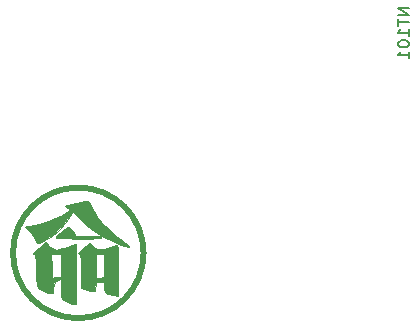
<source format=gbr>
%TF.GenerationSoftware,KiCad,Pcbnew,(5.99.0-9654-g274d4e2eb4)*%
%TF.CreationDate,2021-03-31T09:38:20+08:00*%
%TF.ProjectId,16bit-pwm-dac-board,31366269-742d-4707-976d-2d6461632d62,MK1B1*%
%TF.SameCoordinates,PXfd9da600PY17d7840*%
%TF.FileFunction,Legend,Bot*%
%TF.FilePolarity,Positive*%
%FSLAX46Y46*%
G04 Gerber Fmt 4.6, Leading zero omitted, Abs format (unit mm)*
G04 Created by KiCad (PCBNEW (5.99.0-9654-g274d4e2eb4)) date 2021-03-31 09:38:20*
%MOMM*%
%LPD*%
G01*
G04 APERTURE LIST*
%ADD10C,0.150000*%
%ADD11C,0.500000*%
%ADD12C,0.010000*%
G04 APERTURE END LIST*
D10*
%TO.C,NT101*%
X34832381Y34715238D02*
X33832381Y34715238D01*
X34832381Y34143809D01*
X33832381Y34143809D01*
X33832381Y33810476D02*
X33832381Y33239047D01*
X34832381Y33524761D02*
X33832381Y33524761D01*
X34832381Y32381904D02*
X34832381Y32953333D01*
X34832381Y32667619D02*
X33832381Y32667619D01*
X33975239Y32762857D01*
X34070477Y32858095D01*
X34118096Y32953333D01*
X33832381Y31762857D02*
X33832381Y31667619D01*
X33880000Y31572380D01*
X33927620Y31524761D01*
X34022858Y31477142D01*
X34213334Y31429523D01*
X34451429Y31429523D01*
X34641905Y31477142D01*
X34737143Y31524761D01*
X34784762Y31572380D01*
X34832381Y31667619D01*
X34832381Y31762857D01*
X34784762Y31858095D01*
X34737143Y31905714D01*
X34641905Y31953333D01*
X34451429Y32000952D01*
X34213334Y32000952D01*
X34022858Y31953333D01*
X33927620Y31905714D01*
X33880000Y31858095D01*
X33832381Y31762857D01*
X34832381Y30477142D02*
X34832381Y31048571D01*
X34832381Y30762857D02*
X33832381Y30762857D01*
X33975239Y30858095D01*
X34070477Y30953333D01*
X34118096Y31048571D01*
D11*
%TO.C,G\u002A\u002A\u002A*%
X12326561Y14011166D02*
G75*
G03*
X12326561Y14011166I-5530944J0D01*
G01*
D12*
X7469898Y14598914D02*
X7136753Y14360951D01*
X7136753Y14360951D02*
X6925442Y14197494D01*
X6925442Y14197494D02*
X6817789Y14087810D01*
X6817789Y14087810D02*
X6795617Y14011166D01*
X6795617Y14011166D02*
X6840748Y13946831D01*
X6840748Y13946831D02*
X6874167Y13919441D01*
X6874167Y13919441D02*
X6930256Y13858574D01*
X6930256Y13858574D02*
X6970315Y13758721D01*
X6970315Y13758721D02*
X6996947Y13593895D01*
X6996947Y13593895D02*
X7012758Y13338106D01*
X7012758Y13338106D02*
X7020352Y12965365D01*
X7020352Y12965365D02*
X7022334Y12449684D01*
X7022334Y12449684D02*
X7022334Y11076682D01*
X7022334Y11076682D02*
X7283424Y10941667D01*
X7283424Y10941667D02*
X7545539Y10848332D01*
X7545539Y10848332D02*
X7850477Y10794354D01*
X7850477Y10794354D02*
X7897257Y10791326D01*
X7897257Y10791326D02*
X8250000Y10776000D01*
X8250000Y10776000D02*
X8301612Y11580334D01*
X8301612Y11580334D02*
X8969667Y11580334D01*
X8969667Y11580334D02*
X8969667Y11158952D01*
X8969667Y11158952D02*
X9002493Y10852647D01*
X9002493Y10852647D02*
X9119060Y10646347D01*
X9119060Y10646347D02*
X9346500Y10514850D01*
X9346500Y10514850D02*
X9711946Y10432951D01*
X9711946Y10432951D02*
X9758334Y10426353D01*
X9758334Y10426353D02*
X10155000Y10371984D01*
X10155000Y10371984D02*
X10155000Y12542492D01*
X10155000Y12542492D02*
X10152219Y13129487D01*
X10152219Y13129487D02*
X10144386Y13656062D01*
X10144386Y13656062D02*
X10136334Y13951000D01*
X10136334Y13951000D02*
X8969667Y13951000D01*
X8969667Y13951000D02*
X8969667Y11929222D01*
X8969667Y11929222D02*
X8652167Y11896011D01*
X8652167Y11896011D02*
X8442004Y11871164D01*
X8442004Y11871164D02*
X8321867Y11851508D01*
X8321867Y11851508D02*
X8313500Y11848567D01*
X8313500Y11848567D02*
X8305493Y11922276D01*
X8305493Y11922276D02*
X8298874Y12133829D01*
X8298874Y12133829D02*
X8294282Y12451738D01*
X8294282Y12451738D02*
X8292356Y12844515D01*
X8292356Y12844515D02*
X8292334Y12892667D01*
X8292334Y12892667D02*
X8292334Y13951000D01*
X8292334Y13951000D02*
X8969667Y13951000D01*
X8969667Y13951000D02*
X10136334Y13951000D01*
X10136334Y13951000D02*
X10132268Y14099898D01*
X10132268Y14099898D02*
X10116632Y14438673D01*
X10116632Y14438673D02*
X10098246Y14650068D01*
X10098246Y14650068D02*
X10080414Y14713000D01*
X10080414Y14713000D02*
X9969012Y14684984D01*
X9969012Y14684984D02*
X9746639Y14611326D01*
X9746639Y14611326D02*
X9460201Y14507615D01*
X9460201Y14507615D02*
X9443481Y14501334D01*
X9443481Y14501334D02*
X9002643Y14354630D01*
X9002643Y14354630D02*
X8669850Y14297257D01*
X8669850Y14297257D02*
X8408375Y14330709D01*
X8408375Y14330709D02*
X8181494Y14456479D01*
X8181494Y14456479D02*
X8066596Y14557306D01*
X8066596Y14557306D02*
X7790463Y14824944D01*
X7790463Y14824944D02*
X7469898Y14598914D01*
X7469898Y14598914D02*
X7469898Y14598914D01*
G36*
X10152219Y13129487D02*
G01*
X10155000Y12542492D01*
X10155000Y10371984D01*
X9758334Y10426353D01*
X9711946Y10432951D01*
X9346500Y10514850D01*
X9119060Y10646347D01*
X9002493Y10852647D01*
X8969667Y11158952D01*
X8969667Y11580334D01*
X8301612Y11580334D01*
X8250000Y10776000D01*
X7897257Y10791326D01*
X7850477Y10794354D01*
X7545539Y10848332D01*
X7283424Y10941667D01*
X7022334Y11076682D01*
X7022334Y12449684D01*
X7020631Y12892667D01*
X8292334Y12892667D01*
X8292356Y12844515D01*
X8294282Y12451738D01*
X8298874Y12133829D01*
X8305493Y11922276D01*
X8313500Y11848567D01*
X8321867Y11851508D01*
X8442004Y11871164D01*
X8652167Y11896011D01*
X8969667Y11929222D01*
X8969667Y13951000D01*
X8292334Y13951000D01*
X8292334Y12892667D01*
X7020631Y12892667D01*
X7020352Y12965365D01*
X7012758Y13338106D01*
X6996947Y13593895D01*
X6970315Y13758721D01*
X6930256Y13858574D01*
X6874167Y13919441D01*
X6840748Y13946831D01*
X6795617Y14011166D01*
X6817789Y14087810D01*
X6925442Y14197494D01*
X7136753Y14360951D01*
X7469898Y14598914D01*
X7790463Y14824944D01*
X8066596Y14557306D01*
X8181494Y14456479D01*
X8408375Y14330709D01*
X8669850Y14297257D01*
X9002643Y14354630D01*
X9443481Y14501334D01*
X9460201Y14507615D01*
X9746639Y14611326D01*
X9969012Y14684984D01*
X10080414Y14713000D01*
X10098246Y14650068D01*
X10116632Y14438673D01*
X10132268Y14099898D01*
X10136334Y13951000D01*
X10144386Y13656062D01*
X10152219Y13129487D01*
G37*
X10152219Y13129487D02*
X10155000Y12542492D01*
X10155000Y10371984D01*
X9758334Y10426353D01*
X9711946Y10432951D01*
X9346500Y10514850D01*
X9119060Y10646347D01*
X9002493Y10852647D01*
X8969667Y11158952D01*
X8969667Y11580334D01*
X8301612Y11580334D01*
X8250000Y10776000D01*
X7897257Y10791326D01*
X7850477Y10794354D01*
X7545539Y10848332D01*
X7283424Y10941667D01*
X7022334Y11076682D01*
X7022334Y12449684D01*
X7020631Y12892667D01*
X8292334Y12892667D01*
X8292356Y12844515D01*
X8294282Y12451738D01*
X8298874Y12133829D01*
X8305493Y11922276D01*
X8313500Y11848567D01*
X8321867Y11851508D01*
X8442004Y11871164D01*
X8652167Y11896011D01*
X8969667Y11929222D01*
X8969667Y13951000D01*
X8292334Y13951000D01*
X8292334Y12892667D01*
X7020631Y12892667D01*
X7020352Y12965365D01*
X7012758Y13338106D01*
X6996947Y13593895D01*
X6970315Y13758721D01*
X6930256Y13858574D01*
X6874167Y13919441D01*
X6840748Y13946831D01*
X6795617Y14011166D01*
X6817789Y14087810D01*
X6925442Y14197494D01*
X7136753Y14360951D01*
X7469898Y14598914D01*
X7790463Y14824944D01*
X8066596Y14557306D01*
X8181494Y14456479D01*
X8408375Y14330709D01*
X8669850Y14297257D01*
X9002643Y14354630D01*
X9443481Y14501334D01*
X9460201Y14507615D01*
X9746639Y14611326D01*
X9969012Y14684984D01*
X10080414Y14713000D01*
X10098246Y14650068D01*
X10116632Y14438673D01*
X10132268Y14099898D01*
X10136334Y13951000D01*
X10144386Y13656062D01*
X10152219Y13129487D01*
X7331625Y18407616D02*
X7040352Y18347083D01*
X7040352Y18347083D02*
X6617874Y18240426D01*
X6617874Y18240426D02*
X6564878Y18226667D01*
X6564878Y18226667D02*
X6214996Y18137031D01*
X6214996Y18137031D02*
X5929239Y18066206D01*
X5929239Y18066206D02*
X5745352Y18023415D01*
X5745352Y18023415D02*
X5698575Y18015001D01*
X5698575Y18015001D02*
X5700423Y17962437D01*
X5700423Y17962437D02*
X5752334Y17888000D01*
X5752334Y17888000D02*
X5904387Y17780022D01*
X5904387Y17780022D02*
X5989126Y17761001D01*
X5989126Y17761001D02*
X6050152Y17721538D01*
X6050152Y17721538D02*
X5988675Y17617209D01*
X5988675Y17617209D02*
X5828087Y17469105D01*
X5828087Y17469105D02*
X5591781Y17298315D01*
X5591781Y17298315D02*
X5303148Y17125930D01*
X5303148Y17125930D02*
X5258137Y17101946D01*
X5258137Y17101946D02*
X4454005Y16753480D01*
X4454005Y16753480D02*
X3539659Y16487648D01*
X3539659Y16487648D02*
X3006111Y16381863D01*
X3006111Y16381863D02*
X2689348Y16319042D01*
X2689348Y16319042D02*
X2444704Y16251830D01*
X2444704Y16251830D02*
X2314260Y16192379D01*
X2314260Y16192379D02*
X2304045Y16179133D01*
X2304045Y16179133D02*
X2350665Y16083780D01*
X2350665Y16083780D02*
X2503825Y15955683D01*
X2503825Y15955683D02*
X2569222Y15914339D01*
X2569222Y15914339D02*
X2789077Y15728009D01*
X2789077Y15728009D02*
X2996211Y15461126D01*
X2996211Y15461126D02*
X3150625Y15175033D01*
X3150625Y15175033D02*
X3212319Y14931074D01*
X3212319Y14931074D02*
X3212334Y14928040D01*
X3212334Y14928040D02*
X3268269Y14818378D01*
X3268269Y14818378D02*
X3439701Y14818822D01*
X3439701Y14818822D02*
X3732068Y14929806D01*
X3732068Y14929806D02*
X3829540Y14977314D01*
X3829540Y14977314D02*
X4543487Y15405644D01*
X4543487Y15405644D02*
X5180976Y15923506D01*
X5180976Y15923506D02*
X5711190Y16501912D01*
X5711190Y16501912D02*
X6103314Y17111874D01*
X6103314Y17111874D02*
X6107493Y17120136D01*
X6107493Y17120136D02*
X6216702Y17332377D01*
X6216702Y17332377D02*
X6291819Y17470213D01*
X6291819Y17470213D02*
X6306995Y17493865D01*
X6306995Y17493865D02*
X6371842Y17449074D01*
X6371842Y17449074D02*
X6525689Y17304918D01*
X6525689Y17304918D02*
X6742626Y17086404D01*
X6742626Y17086404D02*
X6903178Y16918477D01*
X6903178Y16918477D02*
X7452260Y16405262D01*
X7452260Y16405262D02*
X8114318Y15897903D01*
X8114318Y15897903D02*
X8836137Y15434717D01*
X8836137Y15434717D02*
X9350667Y15156196D01*
X9350667Y15156196D02*
X9710706Y14988133D01*
X9710706Y14988133D02*
X10089103Y14829760D01*
X10089103Y14829760D02*
X10452391Y14692835D01*
X10452391Y14692835D02*
X10767103Y14589116D01*
X10767103Y14589116D02*
X10999771Y14530360D01*
X10999771Y14530360D02*
X11116927Y14528325D01*
X11116927Y14528325D02*
X11122520Y14533721D01*
X11122520Y14533721D02*
X11076721Y14608463D01*
X11076721Y14608463D02*
X10918134Y14749719D01*
X10918134Y14749719D02*
X10676338Y14932324D01*
X10676338Y14932324D02*
X10554186Y15017264D01*
X10554186Y15017264D02*
X9996976Y15436767D01*
X9996976Y15436767D02*
X9446484Y15926333D01*
X9446484Y15926333D02*
X8928667Y16456741D01*
X8928667Y16456741D02*
X8469487Y16998769D01*
X8469487Y16998769D02*
X8094900Y17523194D01*
X8094900Y17523194D02*
X7830865Y18000796D01*
X7830865Y18000796D02*
X7768991Y18152550D01*
X7768991Y18152550D02*
X7710376Y18294493D01*
X7710376Y18294493D02*
X7637421Y18383120D01*
X7637421Y18383120D02*
X7520909Y18420228D01*
X7520909Y18420228D02*
X7331625Y18407616D01*
X7331625Y18407616D02*
X7331625Y18407616D01*
G36*
X7637421Y18383120D02*
G01*
X7710376Y18294493D01*
X7768991Y18152550D01*
X7830865Y18000796D01*
X8094900Y17523194D01*
X8469487Y16998769D01*
X8928667Y16456741D01*
X9446484Y15926333D01*
X9996976Y15436767D01*
X10554186Y15017264D01*
X10676338Y14932324D01*
X10918134Y14749719D01*
X11076721Y14608463D01*
X11122520Y14533721D01*
X11116927Y14528325D01*
X10999771Y14530360D01*
X10767103Y14589116D01*
X10452391Y14692835D01*
X10089103Y14829760D01*
X9710706Y14988133D01*
X9350667Y15156196D01*
X8836137Y15434717D01*
X8114318Y15897903D01*
X7452260Y16405262D01*
X6903178Y16918477D01*
X6742626Y17086404D01*
X6525689Y17304918D01*
X6371842Y17449074D01*
X6306995Y17493865D01*
X6291819Y17470213D01*
X6216702Y17332377D01*
X6107493Y17120136D01*
X6103314Y17111874D01*
X5711190Y16501912D01*
X5180976Y15923506D01*
X4543487Y15405644D01*
X3829540Y14977314D01*
X3732068Y14929806D01*
X3439701Y14818822D01*
X3268269Y14818378D01*
X3212334Y14928040D01*
X3212319Y14931074D01*
X3150625Y15175033D01*
X2996211Y15461126D01*
X2789077Y15728009D01*
X2569222Y15914339D01*
X2503825Y15955683D01*
X2350665Y16083780D01*
X2304045Y16179133D01*
X2314260Y16192379D01*
X2444704Y16251830D01*
X2689348Y16319042D01*
X3006111Y16381863D01*
X3539659Y16487648D01*
X4454005Y16753480D01*
X5258137Y17101946D01*
X5303148Y17125930D01*
X5591781Y17298315D01*
X5828087Y17469105D01*
X5988675Y17617209D01*
X6050152Y17721538D01*
X5989126Y17761001D01*
X5904387Y17780022D01*
X5752334Y17888000D01*
X5700423Y17962437D01*
X5698575Y18015001D01*
X5745352Y18023415D01*
X5929239Y18066206D01*
X6214996Y18137031D01*
X6564878Y18226667D01*
X6617874Y18240426D01*
X7040352Y18347083D01*
X7331625Y18407616D01*
X7520909Y18420228D01*
X7637421Y18383120D01*
G37*
X7637421Y18383120D02*
X7710376Y18294493D01*
X7768991Y18152550D01*
X7830865Y18000796D01*
X8094900Y17523194D01*
X8469487Y16998769D01*
X8928667Y16456741D01*
X9446484Y15926333D01*
X9996976Y15436767D01*
X10554186Y15017264D01*
X10676338Y14932324D01*
X10918134Y14749719D01*
X11076721Y14608463D01*
X11122520Y14533721D01*
X11116927Y14528325D01*
X10999771Y14530360D01*
X10767103Y14589116D01*
X10452391Y14692835D01*
X10089103Y14829760D01*
X9710706Y14988133D01*
X9350667Y15156196D01*
X8836137Y15434717D01*
X8114318Y15897903D01*
X7452260Y16405262D01*
X6903178Y16918477D01*
X6742626Y17086404D01*
X6525689Y17304918D01*
X6371842Y17449074D01*
X6306995Y17493865D01*
X6291819Y17470213D01*
X6216702Y17332377D01*
X6107493Y17120136D01*
X6103314Y17111874D01*
X5711190Y16501912D01*
X5180976Y15923506D01*
X4543487Y15405644D01*
X3829540Y14977314D01*
X3732068Y14929806D01*
X3439701Y14818822D01*
X3268269Y14818378D01*
X3212334Y14928040D01*
X3212319Y14931074D01*
X3150625Y15175033D01*
X2996211Y15461126D01*
X2789077Y15728009D01*
X2569222Y15914339D01*
X2503825Y15955683D01*
X2350665Y16083780D01*
X2304045Y16179133D01*
X2314260Y16192379D01*
X2444704Y16251830D01*
X2689348Y16319042D01*
X3006111Y16381863D01*
X3539659Y16487648D01*
X4454005Y16753480D01*
X5258137Y17101946D01*
X5303148Y17125930D01*
X5591781Y17298315D01*
X5828087Y17469105D01*
X5988675Y17617209D01*
X6050152Y17721538D01*
X5989126Y17761001D01*
X5904387Y17780022D01*
X5752334Y17888000D01*
X5700423Y17962437D01*
X5698575Y18015001D01*
X5745352Y18023415D01*
X5929239Y18066206D01*
X6214996Y18137031D01*
X6564878Y18226667D01*
X6617874Y18240426D01*
X7040352Y18347083D01*
X7331625Y18407616D01*
X7520909Y18420228D01*
X7637421Y18383120D01*
X5873372Y16187249D02*
X5683743Y16058332D01*
X5683743Y16058332D02*
X5454767Y15880756D01*
X5454767Y15880756D02*
X5222812Y15685028D01*
X5222812Y15685028D02*
X5024244Y15501654D01*
X5024244Y15501654D02*
X4895433Y15361141D01*
X4895433Y15361141D02*
X4868001Y15298115D01*
X4868001Y15298115D02*
X4963081Y15275689D01*
X4963081Y15275689D02*
X5203171Y15255875D01*
X5203171Y15255875D02*
X5563959Y15239638D01*
X5563959Y15239638D02*
X6021129Y15227938D01*
X6021129Y15227938D02*
X6550367Y15221740D01*
X6550367Y15221740D02*
X6815664Y15221000D01*
X6815664Y15221000D02*
X7438454Y15222328D01*
X7438454Y15222328D02*
X7911500Y15227182D01*
X7911500Y15227182D02*
X8254374Y15236872D01*
X8254374Y15236872D02*
X8486651Y15252705D01*
X8486651Y15252705D02*
X8627904Y15275990D01*
X8627904Y15275990D02*
X8697706Y15308035D01*
X8697706Y15308035D02*
X8715667Y15348000D01*
X8715667Y15348000D02*
X8690237Y15402357D01*
X8690237Y15402357D02*
X8596852Y15439298D01*
X8596852Y15439298D02*
X8409868Y15462028D01*
X8409868Y15462028D02*
X8103643Y15473754D01*
X8103643Y15473754D02*
X7678500Y15477618D01*
X7678500Y15477618D02*
X6641334Y15480236D01*
X6641334Y15480236D02*
X6356279Y15858618D01*
X6356279Y15858618D02*
X6185803Y16066468D01*
X6185803Y16066468D02*
X6046453Y16203903D01*
X6046453Y16203903D02*
X5987284Y16237000D01*
X5987284Y16237000D02*
X5873372Y16187249D01*
X5873372Y16187249D02*
X5873372Y16187249D01*
G36*
X6046453Y16203903D02*
G01*
X6185803Y16066468D01*
X6356279Y15858618D01*
X6641334Y15480236D01*
X7678500Y15477618D01*
X8103643Y15473754D01*
X8409868Y15462028D01*
X8596852Y15439298D01*
X8690237Y15402357D01*
X8715667Y15348000D01*
X8697706Y15308035D01*
X8627904Y15275990D01*
X8486651Y15252705D01*
X8254374Y15236872D01*
X7911500Y15227182D01*
X7438454Y15222328D01*
X6815664Y15221000D01*
X6550367Y15221740D01*
X6021129Y15227938D01*
X5563959Y15239638D01*
X5203171Y15255875D01*
X4963081Y15275689D01*
X4868001Y15298115D01*
X4895433Y15361141D01*
X5024244Y15501654D01*
X5222812Y15685028D01*
X5454767Y15880756D01*
X5683743Y16058332D01*
X5873372Y16187249D01*
X5987284Y16237000D01*
X6046453Y16203903D01*
G37*
X6046453Y16203903D02*
X6185803Y16066468D01*
X6356279Y15858618D01*
X6641334Y15480236D01*
X7678500Y15477618D01*
X8103643Y15473754D01*
X8409868Y15462028D01*
X8596852Y15439298D01*
X8690237Y15402357D01*
X8715667Y15348000D01*
X8697706Y15308035D01*
X8627904Y15275990D01*
X8486651Y15252705D01*
X8254374Y15236872D01*
X7911500Y15227182D01*
X7438454Y15222328D01*
X6815664Y15221000D01*
X6550367Y15221740D01*
X6021129Y15227938D01*
X5563959Y15239638D01*
X5203171Y15255875D01*
X4963081Y15275689D01*
X4868001Y15298115D01*
X4895433Y15361141D01*
X5024244Y15501654D01*
X5222812Y15685028D01*
X5454767Y15880756D01*
X5683743Y16058332D01*
X5873372Y16187249D01*
X5987284Y16237000D01*
X6046453Y16203903D01*
X3465840Y14458635D02*
X3178254Y14241230D01*
X3178254Y14241230D02*
X3011439Y14099368D01*
X3011439Y14099368D02*
X2947491Y14011420D01*
X2947491Y14011420D02*
X2968503Y13955756D01*
X2968503Y13955756D02*
X3023768Y13924598D01*
X3023768Y13924598D02*
X3090479Y13884334D01*
X3090479Y13884334D02*
X3138541Y13814918D01*
X3138541Y13814918D02*
X3171859Y13689883D01*
X3171859Y13689883D02*
X3194337Y13482763D01*
X3194337Y13482763D02*
X3209878Y13167094D01*
X3209878Y13167094D02*
X3222387Y12716409D01*
X3222387Y12716409D02*
X3226084Y12553089D01*
X3226084Y12553089D02*
X3239308Y12049215D01*
X3239308Y12049215D02*
X3255746Y11685973D01*
X3255746Y11685973D02*
X3279230Y11434662D01*
X3279230Y11434662D02*
X3313593Y11266582D01*
X3313593Y11266582D02*
X3362666Y11153031D01*
X3362666Y11153031D02*
X3423801Y11072383D01*
X3423801Y11072383D02*
X3789017Y10792255D01*
X3789017Y10792255D02*
X4267905Y10634940D01*
X4267905Y10634940D02*
X4323215Y10625711D01*
X4323215Y10625711D02*
X4629762Y10578535D01*
X4629762Y10578535D02*
X4680434Y11006379D01*
X4680434Y11006379D02*
X4760632Y11357635D01*
X4760632Y11357635D02*
X4896481Y11612864D01*
X4896481Y11612864D02*
X5069022Y11740748D01*
X5069022Y11740748D02*
X5130456Y11749667D01*
X5130456Y11749667D02*
X5228937Y11818498D01*
X5228937Y11818498D02*
X5244334Y11887488D01*
X5244334Y11887488D02*
X5214422Y11972883D01*
X5214422Y11972883D02*
X5096765Y11994127D01*
X5096765Y11994127D02*
X4910649Y11971951D01*
X4910649Y11971951D02*
X4576964Y11918593D01*
X4576964Y11918593D02*
X4550815Y12934957D01*
X4550815Y12934957D02*
X4524667Y13951321D01*
X4524667Y13951321D02*
X4926834Y13951161D01*
X4926834Y13951161D02*
X5329000Y13951000D01*
X5329000Y13951000D02*
X5329000Y12059123D01*
X5329000Y12059123D02*
X5330138Y11439217D01*
X5330138Y11439217D02*
X5334619Y10966784D01*
X5334619Y10966784D02*
X5344047Y10619974D01*
X5344047Y10619974D02*
X5360024Y10376936D01*
X5360024Y10376936D02*
X5384153Y10215818D01*
X5384153Y10215818D02*
X5418037Y10114771D01*
X5418037Y10114771D02*
X5463278Y10051942D01*
X5463278Y10051942D02*
X5477167Y10039112D01*
X5477167Y10039112D02*
X5716315Y9895546D01*
X5716315Y9895546D02*
X6035186Y9778700D01*
X6035186Y9778700D02*
X6344229Y9719766D01*
X6344229Y9719766D02*
X6399968Y9717667D01*
X6399968Y9717667D02*
X6599000Y9717667D01*
X6599000Y9717667D02*
X6599000Y12257667D01*
X6599000Y12257667D02*
X6598019Y12893954D01*
X6598019Y12893954D02*
X6595242Y13471917D01*
X6595242Y13471917D02*
X6590919Y13970859D01*
X6590919Y13970859D02*
X6585300Y14370087D01*
X6585300Y14370087D02*
X6578636Y14648905D01*
X6578636Y14648905D02*
X6571176Y14786617D01*
X6571176Y14786617D02*
X6568312Y14797667D01*
X6568312Y14797667D02*
X6481188Y14767686D01*
X6481188Y14767686D02*
X6277553Y14688160D01*
X6277553Y14688160D02*
X5997188Y14574715D01*
X5997188Y14574715D02*
X5921667Y14543667D01*
X5921667Y14543667D02*
X5540816Y14407865D01*
X5540816Y14407865D02*
X5183874Y14317571D01*
X5183874Y14317571D02*
X4944568Y14289667D01*
X4944568Y14289667D02*
X4701006Y14308706D01*
X4701006Y14308706D02*
X4529054Y14391620D01*
X4529054Y14391620D02*
X4352981Y14577107D01*
X4352981Y14577107D02*
X4332535Y14602408D01*
X4332535Y14602408D02*
X4081645Y14915150D01*
X4081645Y14915150D02*
X3465840Y14458635D01*
X3465840Y14458635D02*
X3465840Y14458635D01*
G36*
X4332535Y14602408D02*
G01*
X4352981Y14577107D01*
X4529054Y14391620D01*
X4701006Y14308706D01*
X4944568Y14289667D01*
X5183874Y14317571D01*
X5540816Y14407865D01*
X5921667Y14543667D01*
X5997188Y14574715D01*
X6277553Y14688160D01*
X6481188Y14767686D01*
X6568312Y14797667D01*
X6571176Y14786617D01*
X6578636Y14648905D01*
X6585300Y14370087D01*
X6590919Y13970859D01*
X6595242Y13471917D01*
X6598019Y12893954D01*
X6599000Y12257667D01*
X6599000Y9717667D01*
X6399968Y9717667D01*
X6344229Y9719766D01*
X6035186Y9778700D01*
X5716315Y9895546D01*
X5477167Y10039112D01*
X5463278Y10051942D01*
X5418037Y10114771D01*
X5384153Y10215818D01*
X5360024Y10376936D01*
X5344047Y10619974D01*
X5334619Y10966784D01*
X5330138Y11439217D01*
X5329000Y12059123D01*
X5329000Y13951000D01*
X4926834Y13951161D01*
X4524667Y13951321D01*
X4550815Y12934957D01*
X4576964Y11918593D01*
X4910649Y11971951D01*
X5096765Y11994127D01*
X5214422Y11972883D01*
X5244334Y11887488D01*
X5228937Y11818498D01*
X5130456Y11749667D01*
X5069022Y11740748D01*
X4896481Y11612864D01*
X4760632Y11357635D01*
X4680434Y11006379D01*
X4629762Y10578535D01*
X4323215Y10625711D01*
X4267905Y10634940D01*
X3789017Y10792255D01*
X3423801Y11072383D01*
X3362666Y11153031D01*
X3313593Y11266582D01*
X3279230Y11434662D01*
X3255746Y11685973D01*
X3239308Y12049215D01*
X3226084Y12553089D01*
X3222387Y12716409D01*
X3209878Y13167094D01*
X3194337Y13482763D01*
X3171859Y13689883D01*
X3138541Y13814918D01*
X3090479Y13884334D01*
X3023768Y13924598D01*
X2968503Y13955756D01*
X2947491Y14011420D01*
X3011439Y14099368D01*
X3178254Y14241230D01*
X3465840Y14458635D01*
X4081645Y14915150D01*
X4332535Y14602408D01*
G37*
X4332535Y14602408D02*
X4352981Y14577107D01*
X4529054Y14391620D01*
X4701006Y14308706D01*
X4944568Y14289667D01*
X5183874Y14317571D01*
X5540816Y14407865D01*
X5921667Y14543667D01*
X5997188Y14574715D01*
X6277553Y14688160D01*
X6481188Y14767686D01*
X6568312Y14797667D01*
X6571176Y14786617D01*
X6578636Y14648905D01*
X6585300Y14370087D01*
X6590919Y13970859D01*
X6595242Y13471917D01*
X6598019Y12893954D01*
X6599000Y12257667D01*
X6599000Y9717667D01*
X6399968Y9717667D01*
X6344229Y9719766D01*
X6035186Y9778700D01*
X5716315Y9895546D01*
X5477167Y10039112D01*
X5463278Y10051942D01*
X5418037Y10114771D01*
X5384153Y10215818D01*
X5360024Y10376936D01*
X5344047Y10619974D01*
X5334619Y10966784D01*
X5330138Y11439217D01*
X5329000Y12059123D01*
X5329000Y13951000D01*
X4926834Y13951161D01*
X4524667Y13951321D01*
X4550815Y12934957D01*
X4576964Y11918593D01*
X4910649Y11971951D01*
X5096765Y11994127D01*
X5214422Y11972883D01*
X5244334Y11887488D01*
X5228937Y11818498D01*
X5130456Y11749667D01*
X5069022Y11740748D01*
X4896481Y11612864D01*
X4760632Y11357635D01*
X4680434Y11006379D01*
X4629762Y10578535D01*
X4323215Y10625711D01*
X4267905Y10634940D01*
X3789017Y10792255D01*
X3423801Y11072383D01*
X3362666Y11153031D01*
X3313593Y11266582D01*
X3279230Y11434662D01*
X3255746Y11685973D01*
X3239308Y12049215D01*
X3226084Y12553089D01*
X3222387Y12716409D01*
X3209878Y13167094D01*
X3194337Y13482763D01*
X3171859Y13689883D01*
X3138541Y13814918D01*
X3090479Y13884334D01*
X3023768Y13924598D01*
X2968503Y13955756D01*
X2947491Y14011420D01*
X3011439Y14099368D01*
X3178254Y14241230D01*
X3465840Y14458635D01*
X4081645Y14915150D01*
X4332535Y14602408D01*
%TD*%
M02*

</source>
